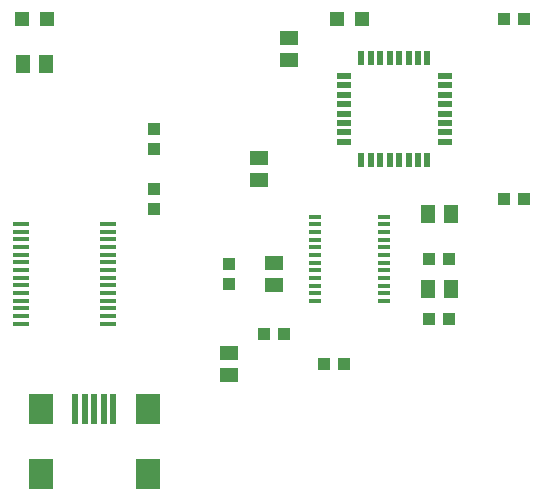
<source format=gtp>
G75*
G70*
%OFA0B0*%
%FSLAX24Y24*%
%IPPOS*%
%LPD*%
%AMOC8*
5,1,8,0,0,1.08239X$1,22.5*
%
%ADD10R,0.0500X0.0220*%
%ADD11R,0.0220X0.0500*%
%ADD12R,0.0433X0.0394*%
%ADD13R,0.0512X0.0630*%
%ADD14R,0.0472X0.0472*%
%ADD15R,0.0630X0.0512*%
%ADD16R,0.0550X0.0137*%
%ADD17R,0.0197X0.0984*%
%ADD18R,0.0787X0.0984*%
%ADD19R,0.0390X0.0120*%
%ADD20R,0.0394X0.0433*%
D10*
X011991Y014484D03*
X011991Y014799D03*
X011991Y015114D03*
X011991Y015429D03*
X011991Y015744D03*
X011991Y016059D03*
X011991Y016374D03*
X011991Y016689D03*
X015371Y016689D03*
X015371Y016374D03*
X015371Y016059D03*
X015371Y015744D03*
X015371Y015429D03*
X015371Y015114D03*
X015371Y014799D03*
X015371Y014484D03*
D11*
X014784Y013896D03*
X014469Y013896D03*
X014154Y013896D03*
X013839Y013896D03*
X013524Y013896D03*
X013209Y013896D03*
X012894Y013896D03*
X012579Y013896D03*
X012579Y017276D03*
X012894Y017276D03*
X013209Y017276D03*
X013524Y017276D03*
X013839Y017276D03*
X014154Y017276D03*
X014469Y017276D03*
X014784Y017276D03*
D12*
X017347Y018586D03*
X018016Y018586D03*
X018016Y012586D03*
X017347Y012586D03*
X015516Y010586D03*
X014847Y010586D03*
X014847Y008586D03*
X015516Y008586D03*
X012016Y007086D03*
X011347Y007086D03*
X010016Y008086D03*
X009347Y008086D03*
D13*
X014807Y009586D03*
X015555Y009586D03*
X015555Y012086D03*
X014807Y012086D03*
X002055Y017086D03*
X001307Y017086D03*
D14*
X001268Y018586D03*
X002095Y018586D03*
X011768Y018586D03*
X012595Y018586D03*
D15*
X010181Y017960D03*
X010181Y017212D03*
X009181Y013960D03*
X009181Y013212D03*
X009681Y010460D03*
X009681Y009712D03*
X008181Y007460D03*
X008181Y006712D03*
D16*
X004121Y008423D03*
X004121Y008679D03*
X004121Y008935D03*
X004121Y009191D03*
X004121Y009447D03*
X004121Y009702D03*
X004121Y009958D03*
X004121Y010214D03*
X004121Y010470D03*
X004121Y010726D03*
X004121Y010982D03*
X004121Y011238D03*
X004121Y011494D03*
X004121Y011750D03*
X001242Y011750D03*
X001242Y011494D03*
X001242Y011238D03*
X001242Y010982D03*
X001242Y010726D03*
X001242Y010470D03*
X001242Y010214D03*
X001242Y009958D03*
X001242Y009702D03*
X001242Y009447D03*
X001242Y009191D03*
X001242Y008935D03*
X001242Y008679D03*
X001242Y008423D03*
D17*
X003051Y005571D03*
X003366Y005571D03*
X003681Y005571D03*
X003996Y005571D03*
X004311Y005571D03*
D18*
X001910Y003405D03*
X001910Y005571D03*
X005453Y005571D03*
X005453Y003405D03*
D19*
X011033Y009179D03*
X011033Y009435D03*
X011033Y009691D03*
X011033Y009947D03*
X011033Y010202D03*
X011033Y010458D03*
X011033Y010714D03*
X011033Y010970D03*
X011033Y011226D03*
X011033Y011482D03*
X011033Y011738D03*
X011033Y011994D03*
X013330Y011994D03*
X013330Y011738D03*
X013330Y011482D03*
X013330Y011226D03*
X013330Y010970D03*
X013330Y010714D03*
X013330Y010458D03*
X013330Y010202D03*
X013330Y009947D03*
X013330Y009691D03*
X013330Y009435D03*
X013330Y009179D03*
D20*
X008181Y009752D03*
X008181Y010421D03*
X005681Y012252D03*
X005681Y012921D03*
X005681Y014252D03*
X005681Y014921D03*
M02*

</source>
